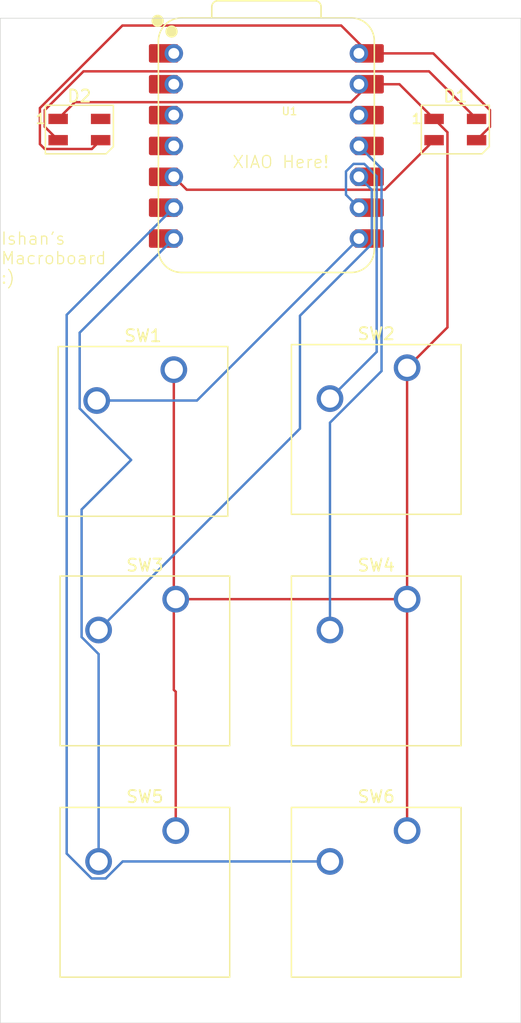
<source format=kicad_pcb>
(kicad_pcb (version 20241229) (generator "pcbnew") (generator_version "9.0")
  (layers (0 "F.Cu" signal) (2 "B.Cu" signal) (13 "F.Paste" user) (15 "B.Paste" user) (5 "F.SilkS" user "F.Silkscreen") (7 "B.SilkS" user "B.Silkscreen") (1 "F.Mask" user) (3 "B.Mask" user) (25 "Edge.Cuts" user))
  (net 0 "")
  (net 1 "Net-(D1-DIN)")
  (net 2 "GND")
  (net 3 "Net-(D1-DOUT)")
  (net 4 "+5V")
  (net 6 "Net-(U1-GPIO1{slash}RX)")
  (net 7 "Net-(U1-GPIO2{slash}SCK)")
  (net 8 "Net-(U1-GPIO4{slash}MISO)")
  (net 9 "Net-(U1-GPIO3{slash}MOSI)")
  (net 10 "Net-(U1-GPIO0{slash}TX)")
  (net 13 "Net-(U1-GPIO7{slash}SCL)")
  (footprint "Button_Switch_Keyboard:SW_Cherry_MX_1.00u_PCB" (layer "F.Cu") (at 133.50875 71.12)
    (property "Reference" "SW3" (at -2.54 -2.794 0) (layer "F.SilkS"))
    (property "Value" "SW_Push")
    (fp_line (start -9.525 -1.905) (end 4.445 -1.905) (stroke (width 0.12)) (layer "F.SilkS"))
    (fp_line (start -9.525 12.065) (end -9.525 -1.905) (stroke (width 0.12)) (layer "F.SilkS"))
    (fp_line (start 4.445 -1.905) (end 4.445 12.065) (stroke (width 0.12)) (layer "F.SilkS"))
    (fp_line (start 4.445 12.065) (end -9.525 12.065) (stroke (width 0.12)) (layer "F.SilkS"))
    (pad "" np_thru_hole circle (at -7.62 5.08) (size 1.7 1.7) (drill 1.7) (layers "*.Cu" "*.Mask"))
    (pad "" np_thru_hole circle (at -2.54 5.08) (size 4 4) (drill 4) (layers "*.Cu" "*.Mask"))
    (pad "" np_thru_hole circle (at 2.54 5.08) (size 1.7 1.7) (drill 1.7) (layers "*.Cu" "*.Mask"))
    (pad "1" thru_hole circle (at 0 0) (size 2.2 2.2) (drill 1.5) (layers "*.Cu" "*.Mask") (net 2 "GND"))
    (pad "2" thru_hole circle (at -6.35 2.54) (size 2.2 2.2) (drill 1.5) (layers "*.Cu" "*.Mask") (net 8 "Net-(U1-GPIO4{slash}MISO)"))
  )
  (footprint "LED_SMD:LED_SK6812MINI_PLCC4_3.5x3.5mm_P1.75mm" (layer "F.Cu") (at 125.575 32.4625)
    (property "Reference" "D2" (at 0 -2.75 0) (layer "F.SilkS"))
    (property "Value" "SK6812")
    (fp_line (start -2.8 -2) (end -2.8 2) (stroke (width 0.12)) (layer "F.SilkS"))
    (fp_line (start -2.8 -2) (end 2.8 -2) (stroke (width 0.12)) (layer "F.SilkS"))
    (fp_line (start -2.8 2) (end 2.2 2) (stroke (width 0.12)) (layer "F.SilkS"))
    (fp_line (start 2.8 1.4) (end 2.2 2) (stroke (width 0.12)) (layer "F.SilkS"))
    (fp_line (start 2.8 1.4) (end 2.8 -2) (stroke (width 0.12)) (layer "F.SilkS"))
    (fp_text user "1" (at -3.2 -0.875 0) (layer "F.SilkS") (effects (font (size 0.8 0.8))))
    (pad "1" smd rect (at -1.75 -0.875) (size 1.6 0.85) (layers "F.Cu" "F.Mask" "F.Paste") (net 2 "GND"))
    (pad "2" smd rect (at -1.75 0.875) (size 1.6 0.85) (layers "F.Cu" "F.Mask" "F.Paste") (net 3 "Net-(D1-DOUT)"))
    (pad "3" smd rect (at 1.75 0.875) (size 1.6 0.85) (layers "F.Cu" "F.Mask" "F.Paste") (net 4 "+5V"))
    (pad "4" smd rect (at 1.75 -0.875) (size 1.6 0.85) (layers "F.Cu" "F.Mask" "F.Paste"))
  )
  (footprint "Button_Switch_Keyboard:SW_Cherry_MX_1.00u_PCB" (layer "F.Cu") (at 152.55875 90.17)
    (property "Reference" "SW6" (at -2.54 -2.794 0) (layer "F.SilkS"))
    (property "Value" "SW_Push")
    (fp_line (start -9.525 -1.905) (end 4.445 -1.905) (stroke (width 0.12)) (layer "F.SilkS"))
    (fp_line (start -9.525 12.065) (end -9.525 -1.905) (stroke (width 0.12)) (layer "F.SilkS"))
    (fp_line (start 4.445 -1.905) (end 4.445 12.065) (stroke (width 0.12)) (layer "F.SilkS"))
    (fp_line (start 4.445 12.065) (end -9.525 12.065) (stroke (width 0.12)) (layer "F.SilkS"))
    (pad "" np_thru_hole circle (at -7.62 5.08) (size 1.7 1.7) (drill 1.7) (layers "*.Cu" "*.Mask"))
    (pad "" np_thru_hole circle (at -2.54 5.08) (size 4 4) (drill 4) (layers "*.Cu" "*.Mask"))
    (pad "" np_thru_hole circle (at 2.54 5.08) (size 1.7 1.7) (drill 1.7) (layers "*.Cu" "*.Mask"))
    (pad "1" thru_hole circle (at 0 0) (size 2.2 2.2) (drill 1.5) (layers "*.Cu" "*.Mask") (net 2 "GND"))
    (pad "2" thru_hole circle (at -6.35 2.54) (size 2.2 2.2) (drill 1.5) (layers "*.Cu" "*.Mask") (net 13 "Net-(U1-GPIO7{slash}SCL)"))
  )
  (footprint "Button_Switch_Keyboard:SW_Cherry_MX_1.00u_PCB" (layer "F.Cu") (at 133.35 52.22875)
    (property "Reference" "SW1" (at -2.54 -2.794 0) (layer "F.SilkS"))
    (property "Value" "SW_Push")
    (fp_line (start -9.525 -1.905) (end 4.445 -1.905) (stroke (width 0.12)) (layer "F.SilkS"))
    (fp_line (start -9.525 12.065) (end -9.525 -1.905) (stroke (width 0.12)) (layer "F.SilkS"))
    (fp_line (start 4.445 -1.905) (end 4.445 12.065) (stroke (width 0.12)) (layer "F.SilkS"))
    (fp_line (start 4.445 12.065) (end -9.525 12.065) (stroke (width 0.12)) (layer "F.SilkS"))
    (pad "" np_thru_hole circle (at -7.62 5.08) (size 1.7 1.7) (drill 1.7) (layers "*.Cu" "*.Mask"))
    (pad "" np_thru_hole circle (at -2.54 5.08) (size 4 4) (drill 4) (layers "*.Cu" "*.Mask"))
    (pad "" np_thru_hole circle (at 2.54 5.08) (size 1.7 1.7) (drill 1.7) (layers "*.Cu" "*.Mask"))
    (pad "1" thru_hole circle (at 0 0) (size 2.2 2.2) (drill 1.5) (layers "*.Cu" "*.Mask") (net 2 "GND"))
    (pad "2" thru_hole circle (at -6.35 2.54) (size 2.2 2.2) (drill 1.5) (layers "*.Cu" "*.Mask") (net 6 "Net-(U1-GPIO1{slash}RX)"))
  )
  (footprint "LED_SMD:LED_SK6812MINI_PLCC4_3.5x3.5mm_P1.75mm" (layer "F.Cu") (at 156.53125 32.4625)
    (property "Reference" "D1" (at 0 -2.75 0) (layer "F.SilkS"))
    (property "Value" "SK6812")
    (fp_line (start -2.8 -2) (end -2.8 2) (stroke (width 0.12)) (layer "F.SilkS"))
    (fp_line (start -2.8 -2) (end 2.8 -2) (stroke (width 0.12)) (layer "F.SilkS"))
    (fp_line (start -2.8 2) (end 2.2 2) (stroke (width 0.12)) (layer "F.SilkS"))
    (fp_line (start 2.8 1.4) (end 2.2 2) (stroke (width 0.12)) (layer "F.SilkS"))
    (fp_line (start 2.8 1.4) (end 2.8 -2) (stroke (width 0.12)) (layer "F.SilkS"))
    (fp_text user "1" (at -3.2 -0.875 0) (layer "F.SilkS") (effects (font (size 0.8 0.8))))
    (pad "1" smd rect (at -1.75 -0.875) (size 1.6 0.85) (layers "F.Cu" "F.Mask" "F.Paste") (net 2 "GND"))
    (pad "2" smd rect (at -1.75 0.875) (size 1.6 0.85) (layers "F.Cu" "F.Mask" "F.Paste") (net 1 "Net-(D1-DIN)"))
    (pad "3" smd rect (at 1.75 0.875) (size 1.6 0.85) (layers "F.Cu" "F.Mask" "F.Paste") (net 4 "+5V"))
    (pad "4" smd rect (at 1.75 -0.875) (size 1.6 0.85) (layers "F.Cu" "F.Mask" "F.Paste") (net 3 "Net-(D1-DOUT)"))
  )
  (footprint "Button_Switch_Keyboard:SW_Cherry_MX_1.00u_PCB" (layer "F.Cu") (at 152.55875 71.12)
    (property "Reference" "SW4" (at -2.54 -2.794 0) (layer "F.SilkS"))
    (property "Value" "SW_Push")
    (fp_line (start -9.525 -1.905) (end 4.445 -1.905) (stroke (width 0.12)) (layer "F.SilkS"))
    (fp_line (start -9.525 12.065) (end -9.525 -1.905) (stroke (width 0.12)) (layer "F.SilkS"))
    (fp_line (start 4.445 -1.905) (end 4.445 12.065) (stroke (width 0.12)) (layer "F.SilkS"))
    (fp_line (start 4.445 12.065) (end -9.525 12.065) (stroke (width 0.12)) (layer "F.SilkS"))
    (pad "" np_thru_hole circle (at -7.62 5.08) (size 1.7 1.7) (drill 1.7) (layers "*.Cu" "*.Mask"))
    (pad "" np_thru_hole circle (at -2.54 5.08) (size 4 4) (drill 4) (layers "*.Cu" "*.Mask"))
    (pad "" np_thru_hole circle (at 2.54 5.08) (size 1.7 1.7) (drill 1.7) (layers "*.Cu" "*.Mask"))
    (pad "1" thru_hole circle (at 0 0) (size 2.2 2.2) (drill 1.5) (layers "*.Cu" "*.Mask") (net 2 "GND"))
    (pad "2" thru_hole circle (at -6.35 2.54) (size 2.2 2.2) (drill 1.5) (layers "*.Cu" "*.Mask") (net 9 "Net-(U1-GPIO3{slash}MOSI)"))
  )
  (footprint "Button_Switch_Keyboard:SW_Cherry_MX_1.00u_PCB" (layer "F.Cu") (at 152.55875 52.07)
    (property "Reference" "SW2" (at -2.54 -2.794 0) (layer "F.SilkS"))
    (property "Value" "SW_Push")
    (fp_line (start -9.525 -1.905) (end 4.445 -1.905) (stroke (width 0.12)) (layer "F.SilkS"))
    (fp_line (start -9.525 12.065) (end -9.525 -1.905) (stroke (width 0.12)) (layer "F.SilkS"))
    (fp_line (start 4.445 -1.905) (end 4.445 12.065) (stroke (width 0.12)) (layer "F.SilkS"))
    (fp_line (start 4.445 12.065) (end -9.525 12.065) (stroke (width 0.12)) (layer "F.SilkS"))
    (pad "" np_thru_hole circle (at -7.62 5.08) (size 1.7 1.7) (drill 1.7) (layers "*.Cu" "*.Mask"))
    (pad "" np_thru_hole circle (at -2.54 5.08) (size 4 4) (drill 4) (layers "*.Cu" "*.Mask"))
    (pad "" np_thru_hole circle (at 2.54 5.08) (size 1.7 1.7) (drill 1.7) (layers "*.Cu" "*.Mask"))
    (pad "1" thru_hole circle (at 0 0) (size 2.2 2.2) (drill 1.5) (layers "*.Cu" "*.Mask") (net 2 "GND"))
    (pad "2" thru_hole circle (at -6.35 2.54) (size 2.2 2.2) (drill 1.5) (layers "*.Cu" "*.Mask") (net 7 "Net-(U1-GPIO2{slash}SCK)"))
  )
  (footprint "Button_Switch_Keyboard:SW_Cherry_MX_1.00u_PCB" (layer "F.Cu") (at 133.50875 90.17)
    (property "Reference" "SW5" (at -2.54 -2.794 0) (layer "F.SilkS"))
    (property "Value" "SW_Push")
    (fp_line (start -9.525 -1.905) (end 4.445 -1.905) (stroke (width 0.12)) (layer "F.SilkS"))
    (fp_line (start -9.525 12.065) (end -9.525 -1.905) (stroke (width 0.12)) (layer "F.SilkS"))
    (fp_line (start 4.445 -1.905) (end 4.445 12.065) (stroke (width 0.12)) (layer "F.SilkS"))
    (fp_line (start 4.445 12.065) (end -9.525 12.065) (stroke (width 0.12)) (layer "F.SilkS"))
    (pad "" np_thru_hole circle (at -7.62 5.08) (size 1.7 1.7) (drill 1.7) (layers "*.Cu" "*.Mask"))
    (pad "" np_thru_hole circle (at -2.54 5.08) (size 4 4) (drill 4) (layers "*.Cu" "*.Mask"))
    (pad "" np_thru_hole circle (at 2.54 5.08) (size 1.7 1.7) (drill 1.7) (layers "*.Cu" "*.Mask"))
    (pad "1" thru_hole circle (at 0 0) (size 2.2 2.2) (drill 1.5) (layers "*.Cu" "*.Mask") (net 2 "GND"))
    (pad "2" thru_hole circle (at -6.35 2.54) (size 2.2 2.2) (drill 1.5) (layers "*.Cu" "*.Mask") (net 10 "Net-(U1-GPIO0{slash}TX)"))
  )
  (footprint "OPL Library:XIAO-RP2040-DIP" (layer "F.Cu") (at 140.97 33.81375)
    (property "Reference" "U1" (at 1.905 -2.8575 0) (layer "F.SilkS") (effects (font (size 0.635 0.635) (thickness 0.1016))))
    (property "Value" "XIAO-RP2040-DIP")
    (fp_line (start -8.89 8.509) (end -8.89 -8.636) (stroke (width 0.127)) (layer "F.SilkS"))
    (fp_line (start -6.985 10.414) (end 6.985 10.414) (stroke (width 0.127)) (layer "F.SilkS"))
    (fp_line (start -4.495 -10.541) (end -4.491272 -11.451272) (stroke (width 0.127)) (layer "F.SilkS"))
    (fp_line (start -3.991272 -11.951) (end 4.004 -11.951) (stroke (width 0.127)) (layer "F.SilkS"))
    (fp_line (start 4.504 -11.451) (end 4.504 -10.541) (stroke (width 0.127)) (layer "F.SilkS"))
    (fp_line (start 6.985 -10.541) (end -6.985 -10.541) (stroke (width 0.1)) (layer "F.SilkS"))
    (fp_line (start 6.985 -10.541) (end -6.985 -10.541) (stroke (width 0.127)) (layer "F.SilkS"))
    (fp_line (start 8.89 8.509) (end 8.89 -8.636) (stroke (width 0.127)) (layer "F.SilkS"))
    (fp_arc (start -8.89 -8.636) (mid -8.332038 -9.983038) (end -6.985 -10.541) (stroke (width 0.127)) (layer "F.SilkS"))
    (fp_arc (start -6.985 10.414) (mid -8.332038 9.856038) (end -8.89 8.509) (stroke (width 0.127)) (layer "F.SilkS"))
    (fp_arc (start -4.491272 -11.451272) (mid -4.344728 -11.80464) (end -3.991272 -11.951) (stroke (width 0.127)) (layer "F.SilkS"))
    (fp_arc (start 4.004 -11.951) (mid 4.357553 -11.804553) (end 4.504 -11.451) (stroke (width 0.127)) (layer "F.SilkS"))
    (fp_arc (start 6.985 -10.541) (mid 8.332038 -9.983038) (end 8.89 -8.636) (stroke (width 0.127)) (layer "F.SilkS"))
    (fp_arc (start 8.89 8.509) (mid 8.332038 9.856038) (end 6.985 10.414) (stroke (width 0.127)) (layer "F.SilkS"))
    (fp_circle (center -8.95 -10.3) (end -8.95 -10.554) (stroke (width 0.5)) (fill yes) (layer "F.SilkS"))
    (fp_circle (center -7.807 -9.42) (end -7.807 -9.674) (stroke (width 0.5)) (fill yes) (layer "F.SilkS"))
    (pad "1" smd roundrect (at -8.455 -7.62 180) (size 2.432 1.524) (layers "F.Cu" "F.Mask") (roundrect_rratio 0.1))
    (pad "1" thru_hole circle (at -7.62 -7.62 180) (size 1.524 1.524) (drill 0.889) (layers "*.Cu" "*.Mask"))
    (pad "2" smd roundrect (at -8.455 -5.08 180) (size 2.432 1.524) (layers "F.Cu" "F.Mask") (roundrect_rratio 0.1))
    (pad "2" thru_hole circle (at -7.62 -5.08 180) (size 1.524 1.524) (drill 0.889) (layers "*.Cu" "*.Mask"))
    (pad "3" smd roundrect (at -8.455 -2.54 180) (size 2.432 1.524) (layers "F.Cu" "F.Mask") (roundrect_rratio 0.1))
    (pad "3" thru_hole circle (at -7.62 -2.54 180) (size 1.524 1.524) (drill 0.889) (layers "*.Cu" "*.Mask"))
    (pad "4" smd roundrect (at -8.455 0 180) (size 2.432 1.524) (layers "F.Cu" "F.Mask") (roundrect_rratio 0.1))
    (pad "4" thru_hole circle (at -7.62 0 180) (size 1.524 1.524) (drill 0.889) (layers "*.Cu" "*.Mask"))
    (pad "5" smd roundrect (at -8.455 2.54 180) (size 2.432 1.524) (layers "F.Cu" "F.Mask") (roundrect_rratio 0.1) (net 1 "Net-(D1-DIN)"))
    (pad "5" thru_hole circle (at -7.62 2.54 180) (size 1.524 1.524) (drill 0.889) (layers "*.Cu" "*.Mask") (net 1 "Net-(D1-DIN)"))
    (pad "6" smd roundrect (at -8.455 5.08 180) (size 2.432 1.524) (layers "F.Cu" "F.Mask") (roundrect_rratio 0.1) (net 13 "Net-(U1-GPIO7{slash}SCL)"))
    (pad "6" thru_hole circle (at -7.62 5.08 180) (size 1.524 1.524) (drill 0.889) (layers "*.Cu" "*.Mask") (net 13 "Net-(U1-GPIO7{slash}SCL)"))
    (pad "7" smd roundrect (at -8.455 7.62 180) (size 2.432 1.524) (layers "F.Cu" "F.Mask") (roundrect_rratio 0.1) (net 10 "Net-(U1-GPIO0{slash}TX)"))
    (pad "7" thru_hole circle (at -7.62 7.62 180) (size 1.524 1.524) (drill 0.889) (layers "*.Cu" "*.Mask") (net 10 "Net-(U1-GPIO0{slash}TX)"))
    (pad "8" thru_hole circle (at 7.62 7.62) (size 1.524 1.524) (drill 0.889) (layers "*.Cu" "*.Mask") (net 6 "Net-(U1-GPIO1{slash}RX)"))
    (pad "8" smd roundrect (at 8.455 7.62) (size 2.432 1.524) (layers "F.Cu" "F.Mask") (roundrect_rratio 0.1) (net 6 "Net-(U1-GPIO1{slash}RX)"))
    (pad "9" thru_hole circle (at 7.62 5.08) (size 1.524 1.524) (drill 0.889) (layers "*.Cu" "*.Mask") (net 7 "Net-(U1-GPIO2{slash}SCK)"))
    (pad "9" smd roundrect (at 8.455 5.08) (size 2.432 1.524) (layers "F.Cu" "F.Mask") (roundrect_rratio 0.1) (net 7 "Net-(U1-GPIO2{slash}SCK)"))
    (pad "10" thru_hole circle (at 7.62 2.54) (size 1.524 1.524) (drill 0.889) (layers "*.Cu" "*.Mask") (net 8 "Net-(U1-GPIO4{slash}MISO)"))
    (pad "10" smd roundrect (at 8.455 2.54) (size 2.432 1.524) (layers "F.Cu" "F.Mask") (roundrect_rratio 0.1) (net 8 "Net-(U1-GPIO4{slash}MISO)"))
    (pad "11" thru_hole circle (at 7.62 0) (size 1.524 1.524) (drill 0.889) (layers "*.Cu" "*.Mask") (net 9 "Net-(U1-GPIO3{slash}MOSI)"))
    (pad "11" smd roundrect (at 8.455 0) (size 2.432 1.524) (layers "F.Cu" "F.Mask") (roundrect_rratio 0.1) (net 9 "Net-(U1-GPIO3{slash}MOSI)"))
    (pad "12" thru_hole circle (at 7.62 -2.54) (size 1.524 1.524) (drill 0.889) (layers "*.Cu" "*.Mask"))
    (pad "12" smd roundrect (at 8.455 -2.54) (size 2.432 1.524) (layers "F.Cu" "F.Mask") (roundrect_rratio 0.1))
    (pad "13" thru_hole circle (at 7.62 -5.08) (size 1.524 1.524) (drill 0.889) (layers "*.Cu" "*.Mask") (net 2 "GND"))
    (pad "13" smd roundrect (at 8.455 -5.08) (size 2.432 1.524) (layers "F.Cu" "F.Mask") (roundrect_rratio 0.1) (net 2 "GND"))
    (pad "14" thru_hole circle (at 7.62 -7.62) (size 1.524 1.524) (drill 0.889) (layers "*.Cu" "*.Mask") (net 4 "+5V"))
    (pad "14" smd roundrect (at 8.455 -7.62) (size 2.432 1.524) (layers "F.Cu" "F.Mask") (roundrect_rratio 0.1) (net 4 "+5V"))
  )
  (gr_rect (start 119.0625 23.3) (end 161.925 106) (stroke (width 0.05)) (fill no) (layer "Edge.Cuts"))
  (gr_text "Ishan's\nMacroboard\n:)" (at 119.0625 45.24375 0) (layer "F.SilkS") (effects (font (size 1 1) (thickness 0.1)) (justify left bottom)))
  (gr_text "XIAO Here!" (at 138.1125 35.71875 0) (layer "F.SilkS") (effects (font (size 1 1) (thickness 0.1)) (justify left bottom)))
  (segment (start 150.702 37.41675) (end 134.413 37.41675) (width 0.2) (layer "F.Cu") (net 1))
  (segment (start 134.413 37.41675) (end 133.35 36.35375) (width 0.2) (layer "F.Cu") (net 1))
  (segment (start 154.78125 33.3375) (end 150.702 37.41675) (width 0.2) (layer "F.Cu") (net 1))
  (segment (start 152.55875 52.07) (end 152.55875 90.17) (width 0.2) (layer "F.Cu") (net 2))
  (segment (start 133.50875 71.12) (end 152.55875 71.12) (width 0.2) (layer "F.Cu") (net 2))
  (segment (start 147.948 30.21075) (end 149.425 28.73375) (width 0.2) (layer "F.Cu") (net 2))
  (segment (start 155.88225 48.7465) (end 152.55875 52.07) (width 0.2) (layer "F.Cu") (net 2))
  (segment (start 151.9275 28.73375) (end 148.59 28.73375) (width 0.2) (layer "F.Cu") (net 2))
  (segment (start 154.78125 31.5875) (end 151.9275 28.73375) (width 0.2) (layer "F.Cu") (net 2))
  (segment (start 133.35 52.22875) (end 133.35 78.58125) (width 0.2) (layer "F.Cu") (net 2))
  (segment (start 125.20175 30.21075) (end 147.948 30.21075) (width 0.2) (layer "F.Cu") (net 2))
  (segment (start 154.78125 31.5875) (end 155.88225 32.6885) (width 0.2) (layer "F.Cu") (net 2))
  (segment (start 155.88225 32.6885) (end 155.88225 48.7465) (width 0.2) (layer "F.Cu") (net 2))
  (segment (start 133.50875 78.74) (end 133.50875 90.17) (width 0.2) (layer "F.Cu") (net 2))
  (segment (start 123.825 31.5875) (end 125.20175 30.21075) (width 0.2) (layer "F.Cu") (net 2))
  (segment (start 133.35 78.58125) (end 133.50875 78.74) (width 0.2) (layer "F.Cu") (net 2))
  (segment (start 123.825 33.3375) (end 122.724 32.2365) (width 0.2) (layer "F.Cu") (net 3))
  (segment (start 125.91475 27.67075) (end 154.3645 27.67075) (width 0.2) (layer "F.Cu") (net 3))
  (segment (start 122.724 32.2365) (end 122.724 30.8615) (width 0.2) (layer "F.Cu") (net 3))
  (segment (start 122.724 30.8615) (end 125.91475 27.67075) (width 0.2) (layer "F.Cu") (net 3))
  (segment (start 154.3645 27.67075) (end 158.28125 31.5875) (width 0.2) (layer "F.Cu") (net 3))
  (segment (start 154.7145 26.19375) (end 149.425 26.19375) (width 0.2) (layer "F.Cu") (net 4))
  (segment (start 147.13225 23.901) (end 149.425 26.19375) (width 0.2) (layer "F.Cu") (net 4))
  (segment (start 122.724 34.0635) (end 122.323 33.6625) (width 0.2) (layer "F.Cu") (net 4))
  (segment (start 159.38225 30.8615) (end 154.7145 26.19375) (width 0.2) (layer "F.Cu") (net 4))
  (segment (start 127.325 33.3375) (end 126.599 34.0635) (width 0.2) (layer "F.Cu") (net 4))
  (segment (start 126.599 34.0635) (end 122.724 34.0635) (width 0.2) (layer "F.Cu") (net 4))
  (segment (start 158.28125 33.3375) (end 159.38225 32.2365) (width 0.2) (layer "F.Cu") (net 4))
  (segment (start 159.38225 32.2365) (end 159.38225 30.8615) (width 0.2) (layer "F.Cu") (net 4))
  (segment (start 122.323 33.6625) (end 122.323 30.6954) (width 0.2) (layer "F.Cu") (net 4))
  (segment (start 122.323 30.6954) (end 129.1174 23.901) (width 0.2) (layer "F.Cu") (net 4))
  (segment (start 129.1174 23.901) (end 147.13225 23.901) (width 0.2) (layer "F.Cu") (net 4))
  (segment (start 135.255 54.76875) (end 148.59 41.43375) (width 0.2) (layer "B.Cu") (net 6))
  (segment (start 127 54.76875) (end 135.255 54.76875) (width 0.2) (layer "B.Cu") (net 6))
  (segment (start 149.03031 35.29075) (end 148.14969 35.29075) (width 0.2) (layer "B.Cu") (net 7))
  (segment (start 146.20875 54.61) (end 150.054 50.76475) (width 0.2) (layer "B.Cu") (net 7))
  (segment (start 147.527 37.83075) (end 148.59 38.89375) (width 0.2) (layer "B.Cu") (net 7))
  (segment (start 147.527 35.91344) (end 147.527 37.83075) (width 0.2) (layer "B.Cu") (net 7))
  (segment (start 150.054 36.31444) (end 149.03031 35.29075) (width 0.2) (layer "B.Cu") (net 7))
  (segment (start 148.14969 35.29075) (end 147.527 35.91344) (width 0.2) (layer "B.Cu") (net 7))
  (segment (start 150.054 50.76475) (end 150.054 36.31444) (width 0.2) (layer "B.Cu") (net 7))
  (segment (start 149.653 37.41675) (end 148.59 36.35375) (width 0.2) (layer "B.Cu") (net 8))
  (segment (start 127.15875 73.66) (end 143.73775 57.081) (width 0.2) (layer "B.Cu") (net 8))
  (segment (start 149.653 41.87406) (end 149.653 37.41675) (width 0.2) (layer "B.Cu") (net 8))
  (segment (start 143.73775 47.78931) (end 149.653 41.87406) (width 0.2) (layer "B.Cu") (net 8))
  (segment (start 143.73775 57.081) (end 143.73775 47.78931) (width 0.2) (layer "B.Cu") (net 8))
  (segment (start 146.20875 56.591314) (end 150.455 52.345064) (width 0.2) (layer "B.Cu") (net 9))
  (segment (start 150.455 52.345064) (end 150.455 35.67875) (width 0.2) (layer "B.Cu") (net 9))
  (segment (start 150.455 35.67875) (end 148.59 33.81375) (width 0.2) (layer "B.Cu") (net 9))
  (segment (start 146.20875 73.66) (end 146.20875 56.591314) (width 0.2) (layer "B.Cu") (net 9))
  (segment (start 127.15875 75.641314) (end 125.75775 74.240314) (width 0.2) (layer "B.Cu") (net 10))
  (segment (start 125.75775 74.240314) (end 125.75775 63.738184) (width 0.2) (layer "B.Cu") (net 10))
  (segment (start 129.836184 59.65975) (end 125.599 55.422566) (width 0.2) (layer "B.Cu") (net 10))
  (segment (start 125.75775 63.738184) (end 129.836184 59.65975) (width 0.2) (layer "B.Cu") (net 10))
  (segment (start 125.599 49.18475) (end 133.35 41.43375) (width 0.2) (layer "B.Cu") (net 10))
  (segment (start 125.599 55.422566) (end 125.599 49.18475) (width 0.2) (layer "B.Cu") (net 10))
  (segment (start 127.15875 92.71) (end 127.15875 75.641314) (width 0.2) (layer "B.Cu") (net 10))
  (segment (start 124.529 47.71475) (end 133.35 38.89375) (width 0.2) (layer "B.Cu") (net 13))
  (segment (start 124.529 92.061564) (end 124.529 47.71475) (width 0.2) (layer "B.Cu") (net 13))
  (segment (start 146.20875 92.71) (end 129.140064 92.71) (width 0.2) (layer "B.Cu") (net 13))
  (segment (start 126.578436 94.111) (end 124.529 92.061564) (width 0.2) (layer "B.Cu") (net 13))
  (segment (start 127.739064 94.111) (end 126.578436 94.111) (width 0.2) (layer "B.Cu") (net 13))
  (segment (start 129.140064 92.71) (end 127.739064 94.111) (width 0.2) (layer "B.Cu") (net 13))
)
</source>
